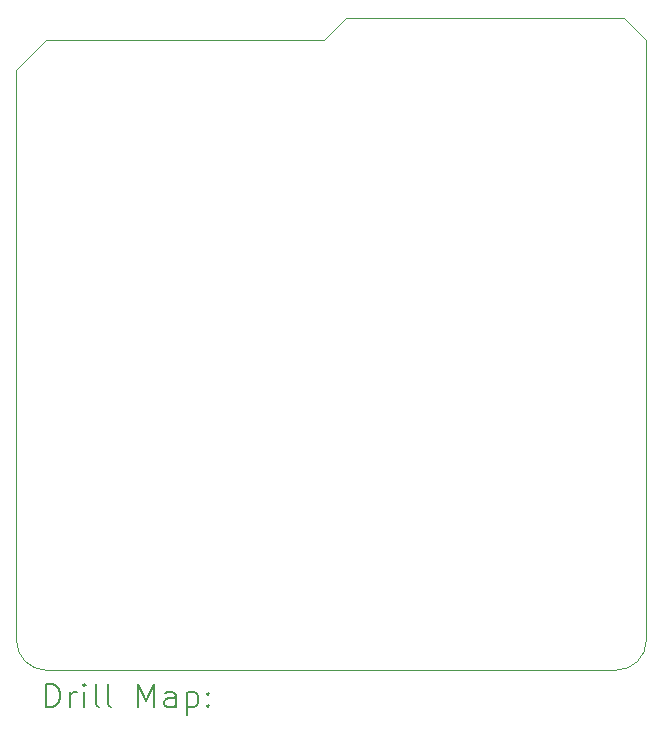
<source format=gbr>
%TF.GenerationSoftware,KiCad,Pcbnew,6.0.11-3.fc36*%
%TF.CreationDate,2023-05-11T19:02:29+09:00*%
%TF.ProjectId,Tetiduino,54657469-6475-4696-9e6f-2e6b69636164,rev?*%
%TF.SameCoordinates,Original*%
%TF.FileFunction,Drillmap*%
%TF.FilePolarity,Positive*%
%FSLAX45Y45*%
G04 Gerber Fmt 4.5, Leading zero omitted, Abs format (unit mm)*
G04 Created by KiCad (PCBNEW 6.0.11-3.fc36) date 2023-05-11 19:02:29*
%MOMM*%
%LPD*%
G01*
G04 APERTURE LIST*
%ADD10C,0.100000*%
%ADD11C,0.200000*%
G04 APERTURE END LIST*
D10*
X12192000Y-13779500D02*
X12192000Y-8953500D01*
X12192000Y-13779500D02*
G75*
G03*
X12446000Y-14033500I254000J0D01*
G01*
X17526000Y-13779500D02*
X17526000Y-8699500D01*
X12446000Y-8699500D02*
X14795500Y-8699500D01*
X12192000Y-8953500D02*
X12446000Y-8699500D01*
X17526000Y-8699500D02*
X17335500Y-8509000D01*
X17272000Y-14033500D02*
G75*
G03*
X17526000Y-13779500I0J254000D01*
G01*
X17335500Y-8509000D02*
X14986000Y-8509000D01*
X12446000Y-14033500D02*
X17272000Y-14033500D01*
X14795500Y-8699500D02*
X14986000Y-8509000D01*
D11*
X12444619Y-14348976D02*
X12444619Y-14148976D01*
X12492238Y-14148976D01*
X12520809Y-14158500D01*
X12539857Y-14177548D01*
X12549381Y-14196595D01*
X12558905Y-14234690D01*
X12558905Y-14263262D01*
X12549381Y-14301357D01*
X12539857Y-14320405D01*
X12520809Y-14339452D01*
X12492238Y-14348976D01*
X12444619Y-14348976D01*
X12644619Y-14348976D02*
X12644619Y-14215643D01*
X12644619Y-14253738D02*
X12654143Y-14234690D01*
X12663667Y-14225167D01*
X12682714Y-14215643D01*
X12701762Y-14215643D01*
X12768428Y-14348976D02*
X12768428Y-14215643D01*
X12768428Y-14148976D02*
X12758905Y-14158500D01*
X12768428Y-14168024D01*
X12777952Y-14158500D01*
X12768428Y-14148976D01*
X12768428Y-14168024D01*
X12892238Y-14348976D02*
X12873190Y-14339452D01*
X12863667Y-14320405D01*
X12863667Y-14148976D01*
X12997000Y-14348976D02*
X12977952Y-14339452D01*
X12968428Y-14320405D01*
X12968428Y-14148976D01*
X13225571Y-14348976D02*
X13225571Y-14148976D01*
X13292238Y-14291833D01*
X13358905Y-14148976D01*
X13358905Y-14348976D01*
X13539857Y-14348976D02*
X13539857Y-14244214D01*
X13530333Y-14225167D01*
X13511286Y-14215643D01*
X13473190Y-14215643D01*
X13454143Y-14225167D01*
X13539857Y-14339452D02*
X13520809Y-14348976D01*
X13473190Y-14348976D01*
X13454143Y-14339452D01*
X13444619Y-14320405D01*
X13444619Y-14301357D01*
X13454143Y-14282309D01*
X13473190Y-14272786D01*
X13520809Y-14272786D01*
X13539857Y-14263262D01*
X13635095Y-14215643D02*
X13635095Y-14415643D01*
X13635095Y-14225167D02*
X13654143Y-14215643D01*
X13692238Y-14215643D01*
X13711286Y-14225167D01*
X13720809Y-14234690D01*
X13730333Y-14253738D01*
X13730333Y-14310881D01*
X13720809Y-14329928D01*
X13711286Y-14339452D01*
X13692238Y-14348976D01*
X13654143Y-14348976D01*
X13635095Y-14339452D01*
X13816048Y-14329928D02*
X13825571Y-14339452D01*
X13816048Y-14348976D01*
X13806524Y-14339452D01*
X13816048Y-14329928D01*
X13816048Y-14348976D01*
X13816048Y-14225167D02*
X13825571Y-14234690D01*
X13816048Y-14244214D01*
X13806524Y-14234690D01*
X13816048Y-14225167D01*
X13816048Y-14244214D01*
M02*

</source>
